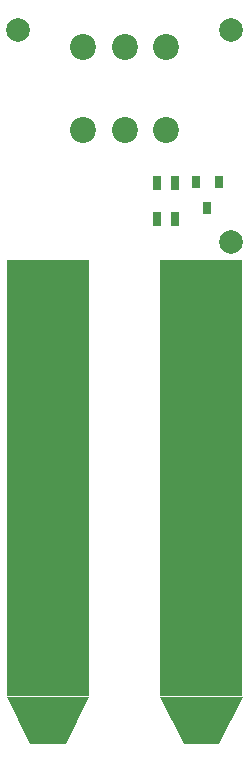
<source format=gbr>
G04 #@! TF.FileFunction,Soldermask,Top*
%FSLAX46Y46*%
G04 Gerber Fmt 4.6, Leading zero omitted, Abs format (unit mm)*
G04 Created by KiCad (PCBNEW (2015-01-16 BZR 5376)-product) date 16/06/2015 17:16:53*
%MOMM*%
G01*
G04 APERTURE LIST*
%ADD10C,0.100000*%
%ADD11C,2.200000*%
%ADD12R,0.635000X1.143000*%
%ADD13R,0.800100X1.000760*%
%ADD14C,2.000000*%
%ADD15C,1.000000*%
%ADD16R,7.000000X37.000000*%
G04 APERTURE END LIST*
D10*
D11*
X-5500000Y-1500000D03*
X-9000000Y-1500000D03*
X-12500000Y-1500000D03*
X-5500000Y-8500000D03*
X-9000000Y-8500000D03*
X-12500000Y-8500000D03*
D12*
X-6262000Y-16000000D03*
X-4738000Y-16000000D03*
X-6262000Y-13000000D03*
X-4738000Y-13000000D03*
D13*
X-2000000Y-15099820D03*
X-2952500Y-12900180D03*
X-1047500Y-12900180D03*
D14*
X0Y0D03*
X-18000000Y0D03*
X0Y-18000000D03*
D15*
X-18000000Y-20500000D03*
X-15500000Y-20500000D03*
X-13000000Y-20500000D03*
X-13000000Y-27500000D03*
X-15500000Y-27500000D03*
X-18000000Y-27500000D03*
X-16500000Y-59500000D03*
X-14500000Y-59500000D03*
X-13000000Y-55500000D03*
X-15500000Y-55500000D03*
X-18000000Y-55500000D03*
X-18000000Y-48500000D03*
X-15500000Y-48500000D03*
X-13000000Y-48500000D03*
X-13000000Y-41500000D03*
X-15500000Y-41500000D03*
X-18000000Y-41500000D03*
X-18000000Y-34500000D03*
X-15500000Y-34500000D03*
X-13000000Y-34500000D03*
D16*
X-15500000Y-38000000D03*
D10*
G36*
X-17000000Y-60500000D02*
X-19000000Y-56500000D01*
X-12000000Y-56500000D01*
X-14000000Y-60500000D01*
X-17000000Y-60500000D01*
X-17000000Y-60500000D01*
G37*
D15*
X-5000000Y-20500000D03*
X-2500000Y-20500000D03*
X0Y-20500000D03*
X0Y-27500000D03*
X-2500000Y-27500000D03*
X-5000000Y-27500000D03*
X-3500000Y-59500000D03*
X-1500000Y-59500000D03*
X0Y-55500000D03*
X-2500000Y-55500000D03*
X-5000000Y-55500000D03*
X-5000000Y-48500000D03*
X-2500000Y-48500000D03*
X0Y-48500000D03*
X0Y-41500000D03*
X-2500000Y-41500000D03*
X-5000000Y-41500000D03*
X-5000000Y-34500000D03*
X-2500000Y-34500000D03*
X0Y-34500000D03*
D16*
X-2500000Y-38000000D03*
D10*
G36*
X-4000000Y-60500000D02*
X-6000000Y-56500000D01*
X1000000Y-56500000D01*
X-1000000Y-60500000D01*
X-4000000Y-60500000D01*
X-4000000Y-60500000D01*
G37*
M02*

</source>
